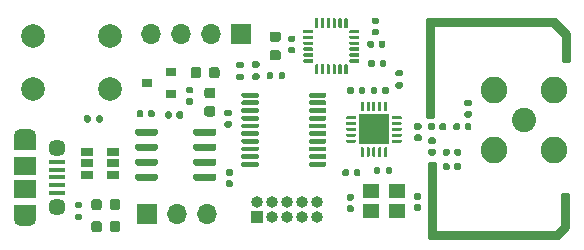
<source format=gbr>
%TF.GenerationSoftware,KiCad,Pcbnew,(5.1.10)-1*%
%TF.CreationDate,2021-07-16T14:20:34-05:00*%
%TF.ProjectId,transmisor,7472616e-736d-4697-936f-722e6b696361,rev?*%
%TF.SameCoordinates,Original*%
%TF.FileFunction,Soldermask,Top*%
%TF.FilePolarity,Negative*%
%FSLAX46Y46*%
G04 Gerber Fmt 4.6, Leading zero omitted, Abs format (unit mm)*
G04 Created by KiCad (PCBNEW (5.1.10)-1) date 2021-07-16 14:20:34*
%MOMM*%
%LPD*%
G01*
G04 APERTURE LIST*
%ADD10C,2.250000*%
%ADD11C,2.050000*%
%ADD12R,1.900000X1.200000*%
%ADD13O,1.900000X1.200000*%
%ADD14R,1.900000X1.500000*%
%ADD15C,1.450000*%
%ADD16R,1.350000X0.400000*%
%ADD17R,1.060000X0.650000*%
%ADD18O,1.700000X1.700000*%
%ADD19R,1.700000X1.700000*%
%ADD20C,2.000000*%
%ADD21R,1.000000X1.000000*%
%ADD22O,1.000000X1.000000*%
%ADD23R,2.500000X2.500000*%
%ADD24R,0.900000X0.800000*%
%ADD25R,1.400000X1.200000*%
%ADD26C,0.254000*%
%ADD27C,0.100000*%
G04 APERTURE END LIST*
%TO.C,C21*%
G36*
G01*
X104503400Y-74977600D02*
X104843400Y-74977600D01*
G75*
G02*
X104983400Y-75117600I0J-140000D01*
G01*
X104983400Y-75397600D01*
G75*
G02*
X104843400Y-75537600I-140000J0D01*
G01*
X104503400Y-75537600D01*
G75*
G02*
X104363400Y-75397600I0J140000D01*
G01*
X104363400Y-75117600D01*
G75*
G02*
X104503400Y-74977600I140000J0D01*
G01*
G37*
G36*
G01*
X104503400Y-74017600D02*
X104843400Y-74017600D01*
G75*
G02*
X104983400Y-74157600I0J-140000D01*
G01*
X104983400Y-74437600D01*
G75*
G02*
X104843400Y-74577600I-140000J0D01*
G01*
X104503400Y-74577600D01*
G75*
G02*
X104363400Y-74437600I0J140000D01*
G01*
X104363400Y-74157600D01*
G75*
G02*
X104503400Y-74017600I140000J0D01*
G01*
G37*
%TD*%
%TO.C,D2*%
G36*
G01*
X108303350Y-63951700D02*
X108815850Y-63951700D01*
G75*
G02*
X109034600Y-64170450I0J-218750D01*
G01*
X109034600Y-64607950D01*
G75*
G02*
X108815850Y-64826700I-218750J0D01*
G01*
X108303350Y-64826700D01*
G75*
G02*
X108084600Y-64607950I0J218750D01*
G01*
X108084600Y-64170450D01*
G75*
G02*
X108303350Y-63951700I218750J0D01*
G01*
G37*
G36*
G01*
X108303350Y-62376700D02*
X108815850Y-62376700D01*
G75*
G02*
X109034600Y-62595450I0J-218750D01*
G01*
X109034600Y-63032950D01*
G75*
G02*
X108815850Y-63251700I-218750J0D01*
G01*
X108303350Y-63251700D01*
G75*
G02*
X108084600Y-63032950I0J218750D01*
G01*
X108084600Y-62595450D01*
G75*
G02*
X108303350Y-62376700I218750J0D01*
G01*
G37*
%TD*%
%TO.C,D1*%
G36*
G01*
X94558600Y-77294450D02*
X94558600Y-76781950D01*
G75*
G02*
X94777350Y-76563200I218750J0D01*
G01*
X95214850Y-76563200D01*
G75*
G02*
X95433600Y-76781950I0J-218750D01*
G01*
X95433600Y-77294450D01*
G75*
G02*
X95214850Y-77513200I-218750J0D01*
G01*
X94777350Y-77513200D01*
G75*
G02*
X94558600Y-77294450I0J218750D01*
G01*
G37*
G36*
G01*
X92983600Y-77294450D02*
X92983600Y-76781950D01*
G75*
G02*
X93202350Y-76563200I218750J0D01*
G01*
X93639850Y-76563200D01*
G75*
G02*
X93858600Y-76781950I0J-218750D01*
G01*
X93858600Y-77294450D01*
G75*
G02*
X93639850Y-77513200I-218750J0D01*
G01*
X93202350Y-77513200D01*
G75*
G02*
X92983600Y-77294450I0J218750D01*
G01*
G37*
%TD*%
D10*
%TO.C,AE1*%
X127050800Y-72440800D03*
X127050800Y-67360800D03*
X132130800Y-67360800D03*
X132130800Y-72440800D03*
D11*
X129590800Y-69900800D03*
%TD*%
%TO.C,U6*%
G36*
G01*
X111784400Y-64802000D02*
X111784400Y-64952000D01*
G75*
G02*
X111709400Y-65027000I-75000J0D01*
G01*
X111009400Y-65027000D01*
G75*
G02*
X110934400Y-64952000I0J75000D01*
G01*
X110934400Y-64802000D01*
G75*
G02*
X111009400Y-64727000I75000J0D01*
G01*
X111709400Y-64727000D01*
G75*
G02*
X111784400Y-64802000I0J-75000D01*
G01*
G37*
G36*
G01*
X111784400Y-64302000D02*
X111784400Y-64452000D01*
G75*
G02*
X111709400Y-64527000I-75000J0D01*
G01*
X111009400Y-64527000D01*
G75*
G02*
X110934400Y-64452000I0J75000D01*
G01*
X110934400Y-64302000D01*
G75*
G02*
X111009400Y-64227000I75000J0D01*
G01*
X111709400Y-64227000D01*
G75*
G02*
X111784400Y-64302000I0J-75000D01*
G01*
G37*
G36*
G01*
X111784400Y-63802000D02*
X111784400Y-63952000D01*
G75*
G02*
X111709400Y-64027000I-75000J0D01*
G01*
X111009400Y-64027000D01*
G75*
G02*
X110934400Y-63952000I0J75000D01*
G01*
X110934400Y-63802000D01*
G75*
G02*
X111009400Y-63727000I75000J0D01*
G01*
X111709400Y-63727000D01*
G75*
G02*
X111784400Y-63802000I0J-75000D01*
G01*
G37*
G36*
G01*
X111784400Y-63302000D02*
X111784400Y-63452000D01*
G75*
G02*
X111709400Y-63527000I-75000J0D01*
G01*
X111009400Y-63527000D01*
G75*
G02*
X110934400Y-63452000I0J75000D01*
G01*
X110934400Y-63302000D01*
G75*
G02*
X111009400Y-63227000I75000J0D01*
G01*
X111709400Y-63227000D01*
G75*
G02*
X111784400Y-63302000I0J-75000D01*
G01*
G37*
G36*
G01*
X111784400Y-62802000D02*
X111784400Y-62952000D01*
G75*
G02*
X111709400Y-63027000I-75000J0D01*
G01*
X111009400Y-63027000D01*
G75*
G02*
X110934400Y-62952000I0J75000D01*
G01*
X110934400Y-62802000D01*
G75*
G02*
X111009400Y-62727000I75000J0D01*
G01*
X111709400Y-62727000D01*
G75*
G02*
X111784400Y-62802000I0J-75000D01*
G01*
G37*
G36*
G01*
X111784400Y-62302000D02*
X111784400Y-62452000D01*
G75*
G02*
X111709400Y-62527000I-75000J0D01*
G01*
X111009400Y-62527000D01*
G75*
G02*
X110934400Y-62452000I0J75000D01*
G01*
X110934400Y-62302000D01*
G75*
G02*
X111009400Y-62227000I75000J0D01*
G01*
X111709400Y-62227000D01*
G75*
G02*
X111784400Y-62302000I0J-75000D01*
G01*
G37*
G36*
G01*
X112134400Y-62102000D02*
X111984400Y-62102000D01*
G75*
G02*
X111909400Y-62027000I0J75000D01*
G01*
X111909400Y-61327000D01*
G75*
G02*
X111984400Y-61252000I75000J0D01*
G01*
X112134400Y-61252000D01*
G75*
G02*
X112209400Y-61327000I0J-75000D01*
G01*
X112209400Y-62027000D01*
G75*
G02*
X112134400Y-62102000I-75000J0D01*
G01*
G37*
G36*
G01*
X112634400Y-62102000D02*
X112484400Y-62102000D01*
G75*
G02*
X112409400Y-62027000I0J75000D01*
G01*
X112409400Y-61327000D01*
G75*
G02*
X112484400Y-61252000I75000J0D01*
G01*
X112634400Y-61252000D01*
G75*
G02*
X112709400Y-61327000I0J-75000D01*
G01*
X112709400Y-62027000D01*
G75*
G02*
X112634400Y-62102000I-75000J0D01*
G01*
G37*
G36*
G01*
X113134400Y-62102000D02*
X112984400Y-62102000D01*
G75*
G02*
X112909400Y-62027000I0J75000D01*
G01*
X112909400Y-61327000D01*
G75*
G02*
X112984400Y-61252000I75000J0D01*
G01*
X113134400Y-61252000D01*
G75*
G02*
X113209400Y-61327000I0J-75000D01*
G01*
X113209400Y-62027000D01*
G75*
G02*
X113134400Y-62102000I-75000J0D01*
G01*
G37*
G36*
G01*
X113634400Y-62102000D02*
X113484400Y-62102000D01*
G75*
G02*
X113409400Y-62027000I0J75000D01*
G01*
X113409400Y-61327000D01*
G75*
G02*
X113484400Y-61252000I75000J0D01*
G01*
X113634400Y-61252000D01*
G75*
G02*
X113709400Y-61327000I0J-75000D01*
G01*
X113709400Y-62027000D01*
G75*
G02*
X113634400Y-62102000I-75000J0D01*
G01*
G37*
G36*
G01*
X114134400Y-62102000D02*
X113984400Y-62102000D01*
G75*
G02*
X113909400Y-62027000I0J75000D01*
G01*
X113909400Y-61327000D01*
G75*
G02*
X113984400Y-61252000I75000J0D01*
G01*
X114134400Y-61252000D01*
G75*
G02*
X114209400Y-61327000I0J-75000D01*
G01*
X114209400Y-62027000D01*
G75*
G02*
X114134400Y-62102000I-75000J0D01*
G01*
G37*
G36*
G01*
X114634400Y-62102000D02*
X114484400Y-62102000D01*
G75*
G02*
X114409400Y-62027000I0J75000D01*
G01*
X114409400Y-61327000D01*
G75*
G02*
X114484400Y-61252000I75000J0D01*
G01*
X114634400Y-61252000D01*
G75*
G02*
X114709400Y-61327000I0J-75000D01*
G01*
X114709400Y-62027000D01*
G75*
G02*
X114634400Y-62102000I-75000J0D01*
G01*
G37*
G36*
G01*
X115684400Y-62302000D02*
X115684400Y-62452000D01*
G75*
G02*
X115609400Y-62527000I-75000J0D01*
G01*
X114909400Y-62527000D01*
G75*
G02*
X114834400Y-62452000I0J75000D01*
G01*
X114834400Y-62302000D01*
G75*
G02*
X114909400Y-62227000I75000J0D01*
G01*
X115609400Y-62227000D01*
G75*
G02*
X115684400Y-62302000I0J-75000D01*
G01*
G37*
G36*
G01*
X115684400Y-62802000D02*
X115684400Y-62952000D01*
G75*
G02*
X115609400Y-63027000I-75000J0D01*
G01*
X114909400Y-63027000D01*
G75*
G02*
X114834400Y-62952000I0J75000D01*
G01*
X114834400Y-62802000D01*
G75*
G02*
X114909400Y-62727000I75000J0D01*
G01*
X115609400Y-62727000D01*
G75*
G02*
X115684400Y-62802000I0J-75000D01*
G01*
G37*
G36*
G01*
X115684400Y-63302000D02*
X115684400Y-63452000D01*
G75*
G02*
X115609400Y-63527000I-75000J0D01*
G01*
X114909400Y-63527000D01*
G75*
G02*
X114834400Y-63452000I0J75000D01*
G01*
X114834400Y-63302000D01*
G75*
G02*
X114909400Y-63227000I75000J0D01*
G01*
X115609400Y-63227000D01*
G75*
G02*
X115684400Y-63302000I0J-75000D01*
G01*
G37*
G36*
G01*
X115684400Y-63802000D02*
X115684400Y-63952000D01*
G75*
G02*
X115609400Y-64027000I-75000J0D01*
G01*
X114909400Y-64027000D01*
G75*
G02*
X114834400Y-63952000I0J75000D01*
G01*
X114834400Y-63802000D01*
G75*
G02*
X114909400Y-63727000I75000J0D01*
G01*
X115609400Y-63727000D01*
G75*
G02*
X115684400Y-63802000I0J-75000D01*
G01*
G37*
G36*
G01*
X115684400Y-64302000D02*
X115684400Y-64452000D01*
G75*
G02*
X115609400Y-64527000I-75000J0D01*
G01*
X114909400Y-64527000D01*
G75*
G02*
X114834400Y-64452000I0J75000D01*
G01*
X114834400Y-64302000D01*
G75*
G02*
X114909400Y-64227000I75000J0D01*
G01*
X115609400Y-64227000D01*
G75*
G02*
X115684400Y-64302000I0J-75000D01*
G01*
G37*
G36*
G01*
X115684400Y-64802000D02*
X115684400Y-64952000D01*
G75*
G02*
X115609400Y-65027000I-75000J0D01*
G01*
X114909400Y-65027000D01*
G75*
G02*
X114834400Y-64952000I0J75000D01*
G01*
X114834400Y-64802000D01*
G75*
G02*
X114909400Y-64727000I75000J0D01*
G01*
X115609400Y-64727000D01*
G75*
G02*
X115684400Y-64802000I0J-75000D01*
G01*
G37*
G36*
G01*
X114634400Y-66002000D02*
X114484400Y-66002000D01*
G75*
G02*
X114409400Y-65927000I0J75000D01*
G01*
X114409400Y-65227000D01*
G75*
G02*
X114484400Y-65152000I75000J0D01*
G01*
X114634400Y-65152000D01*
G75*
G02*
X114709400Y-65227000I0J-75000D01*
G01*
X114709400Y-65927000D01*
G75*
G02*
X114634400Y-66002000I-75000J0D01*
G01*
G37*
G36*
G01*
X114134400Y-66002000D02*
X113984400Y-66002000D01*
G75*
G02*
X113909400Y-65927000I0J75000D01*
G01*
X113909400Y-65227000D01*
G75*
G02*
X113984400Y-65152000I75000J0D01*
G01*
X114134400Y-65152000D01*
G75*
G02*
X114209400Y-65227000I0J-75000D01*
G01*
X114209400Y-65927000D01*
G75*
G02*
X114134400Y-66002000I-75000J0D01*
G01*
G37*
G36*
G01*
X113634400Y-66002000D02*
X113484400Y-66002000D01*
G75*
G02*
X113409400Y-65927000I0J75000D01*
G01*
X113409400Y-65227000D01*
G75*
G02*
X113484400Y-65152000I75000J0D01*
G01*
X113634400Y-65152000D01*
G75*
G02*
X113709400Y-65227000I0J-75000D01*
G01*
X113709400Y-65927000D01*
G75*
G02*
X113634400Y-66002000I-75000J0D01*
G01*
G37*
G36*
G01*
X113134400Y-66002000D02*
X112984400Y-66002000D01*
G75*
G02*
X112909400Y-65927000I0J75000D01*
G01*
X112909400Y-65227000D01*
G75*
G02*
X112984400Y-65152000I75000J0D01*
G01*
X113134400Y-65152000D01*
G75*
G02*
X113209400Y-65227000I0J-75000D01*
G01*
X113209400Y-65927000D01*
G75*
G02*
X113134400Y-66002000I-75000J0D01*
G01*
G37*
G36*
G01*
X112634400Y-66002000D02*
X112484400Y-66002000D01*
G75*
G02*
X112409400Y-65927000I0J75000D01*
G01*
X112409400Y-65227000D01*
G75*
G02*
X112484400Y-65152000I75000J0D01*
G01*
X112634400Y-65152000D01*
G75*
G02*
X112709400Y-65227000I0J-75000D01*
G01*
X112709400Y-65927000D01*
G75*
G02*
X112634400Y-66002000I-75000J0D01*
G01*
G37*
G36*
G01*
X112134400Y-66002000D02*
X111984400Y-66002000D01*
G75*
G02*
X111909400Y-65927000I0J75000D01*
G01*
X111909400Y-65227000D01*
G75*
G02*
X111984400Y-65152000I75000J0D01*
G01*
X112134400Y-65152000D01*
G75*
G02*
X112209400Y-65227000I0J-75000D01*
G01*
X112209400Y-65927000D01*
G75*
G02*
X112134400Y-66002000I-75000J0D01*
G01*
G37*
%TD*%
%TO.C,C20*%
G36*
G01*
X109786600Y-63674600D02*
X110126600Y-63674600D01*
G75*
G02*
X110266600Y-63814600I0J-140000D01*
G01*
X110266600Y-64094600D01*
G75*
G02*
X110126600Y-64234600I-140000J0D01*
G01*
X109786600Y-64234600D01*
G75*
G02*
X109646600Y-64094600I0J140000D01*
G01*
X109646600Y-63814600D01*
G75*
G02*
X109786600Y-63674600I140000J0D01*
G01*
G37*
G36*
G01*
X109786600Y-62714600D02*
X110126600Y-62714600D01*
G75*
G02*
X110266600Y-62854600I0J-140000D01*
G01*
X110266600Y-63134600D01*
G75*
G02*
X110126600Y-63274600I-140000J0D01*
G01*
X109786600Y-63274600D01*
G75*
G02*
X109646600Y-63134600I0J140000D01*
G01*
X109646600Y-62854600D01*
G75*
G02*
X109786600Y-62714600I140000J0D01*
G01*
G37*
%TD*%
%TO.C,C19*%
G36*
G01*
X117319400Y-63619200D02*
X117319400Y-63279200D01*
G75*
G02*
X117459400Y-63139200I140000J0D01*
G01*
X117739400Y-63139200D01*
G75*
G02*
X117879400Y-63279200I0J-140000D01*
G01*
X117879400Y-63619200D01*
G75*
G02*
X117739400Y-63759200I-140000J0D01*
G01*
X117459400Y-63759200D01*
G75*
G02*
X117319400Y-63619200I0J140000D01*
G01*
G37*
G36*
G01*
X116359400Y-63619200D02*
X116359400Y-63279200D01*
G75*
G02*
X116499400Y-63139200I140000J0D01*
G01*
X116779400Y-63139200D01*
G75*
G02*
X116919400Y-63279200I0J-140000D01*
G01*
X116919400Y-63619200D01*
G75*
G02*
X116779400Y-63759200I-140000J0D01*
G01*
X116499400Y-63759200D01*
G75*
G02*
X116359400Y-63619200I0J140000D01*
G01*
G37*
%TD*%
%TO.C,C18*%
G36*
G01*
X116873200Y-62150600D02*
X117213200Y-62150600D01*
G75*
G02*
X117353200Y-62290600I0J-140000D01*
G01*
X117353200Y-62570600D01*
G75*
G02*
X117213200Y-62710600I-140000J0D01*
G01*
X116873200Y-62710600D01*
G75*
G02*
X116733200Y-62570600I0J140000D01*
G01*
X116733200Y-62290600D01*
G75*
G02*
X116873200Y-62150600I140000J0D01*
G01*
G37*
G36*
G01*
X116873200Y-61190600D02*
X117213200Y-61190600D01*
G75*
G02*
X117353200Y-61330600I0J-140000D01*
G01*
X117353200Y-61610600D01*
G75*
G02*
X117213200Y-61750600I-140000J0D01*
G01*
X116873200Y-61750600D01*
G75*
G02*
X116733200Y-61610600I0J140000D01*
G01*
X116733200Y-61330600D01*
G75*
G02*
X116873200Y-61190600I140000J0D01*
G01*
G37*
%TD*%
%TO.C,C17*%
G36*
G01*
X117395600Y-65244800D02*
X117395600Y-64904800D01*
G75*
G02*
X117535600Y-64764800I140000J0D01*
G01*
X117815600Y-64764800D01*
G75*
G02*
X117955600Y-64904800I0J-140000D01*
G01*
X117955600Y-65244800D01*
G75*
G02*
X117815600Y-65384800I-140000J0D01*
G01*
X117535600Y-65384800D01*
G75*
G02*
X117395600Y-65244800I0J140000D01*
G01*
G37*
G36*
G01*
X116435600Y-65244800D02*
X116435600Y-64904800D01*
G75*
G02*
X116575600Y-64764800I140000J0D01*
G01*
X116855600Y-64764800D01*
G75*
G02*
X116995600Y-64904800I0J-140000D01*
G01*
X116995600Y-65244800D01*
G75*
G02*
X116855600Y-65384800I-140000J0D01*
G01*
X116575600Y-65384800D01*
G75*
G02*
X116435600Y-65244800I0J140000D01*
G01*
G37*
%TD*%
%TO.C,R8*%
G36*
G01*
X106723600Y-65924400D02*
X107093600Y-65924400D01*
G75*
G02*
X107228600Y-66059400I0J-135000D01*
G01*
X107228600Y-66329400D01*
G75*
G02*
X107093600Y-66464400I-135000J0D01*
G01*
X106723600Y-66464400D01*
G75*
G02*
X106588600Y-66329400I0J135000D01*
G01*
X106588600Y-66059400D01*
G75*
G02*
X106723600Y-65924400I135000J0D01*
G01*
G37*
G36*
G01*
X106723600Y-64904400D02*
X107093600Y-64904400D01*
G75*
G02*
X107228600Y-65039400I0J-135000D01*
G01*
X107228600Y-65309400D01*
G75*
G02*
X107093600Y-65444400I-135000J0D01*
G01*
X106723600Y-65444400D01*
G75*
G02*
X106588600Y-65309400I0J135000D01*
G01*
X106588600Y-65039400D01*
G75*
G02*
X106723600Y-64904400I135000J0D01*
G01*
G37*
%TD*%
%TO.C,R7*%
G36*
G01*
X105772800Y-65469800D02*
X105402800Y-65469800D01*
G75*
G02*
X105267800Y-65334800I0J135000D01*
G01*
X105267800Y-65064800D01*
G75*
G02*
X105402800Y-64929800I135000J0D01*
G01*
X105772800Y-64929800D01*
G75*
G02*
X105907800Y-65064800I0J-135000D01*
G01*
X105907800Y-65334800D01*
G75*
G02*
X105772800Y-65469800I-135000J0D01*
G01*
G37*
G36*
G01*
X105772800Y-66489800D02*
X105402800Y-66489800D01*
G75*
G02*
X105267800Y-66354800I0J135000D01*
G01*
X105267800Y-66084800D01*
G75*
G02*
X105402800Y-65949800I135000J0D01*
G01*
X105772800Y-65949800D01*
G75*
G02*
X105907800Y-66084800I0J-135000D01*
G01*
X105907800Y-66354800D01*
G75*
G02*
X105772800Y-66489800I-135000J0D01*
G01*
G37*
%TD*%
D12*
%TO.C,J1*%
X87383100Y-71826800D03*
X87383100Y-77626800D03*
D13*
X87383100Y-78226800D03*
X87383100Y-71226800D03*
D14*
X87383100Y-73726800D03*
D15*
X90083100Y-77226800D03*
D16*
X90083100Y-74726800D03*
X90083100Y-75376800D03*
X90083100Y-76026800D03*
X90083100Y-73426800D03*
X90083100Y-74076800D03*
D15*
X90083100Y-72226800D03*
D14*
X87383100Y-75726800D03*
%TD*%
D17*
%TO.C,U5*%
X94851400Y-73533000D03*
X94851400Y-72583000D03*
X94851400Y-74483000D03*
X92651400Y-74483000D03*
X92651400Y-73533000D03*
X92651400Y-72583000D03*
%TD*%
D18*
%TO.C,J4*%
X98018600Y-62560200D03*
X100558600Y-62560200D03*
X103098600Y-62560200D03*
D19*
X105638600Y-62560200D03*
%TD*%
D18*
%TO.C,J3*%
X102768400Y-77825600D03*
X100228400Y-77825600D03*
D19*
X97688400Y-77825600D03*
%TD*%
D20*
%TO.C,SW1*%
X88038800Y-67259200D03*
X88038800Y-62759200D03*
X94538800Y-67259200D03*
X94538800Y-62759200D03*
%TD*%
%TO.C,R6*%
G36*
G01*
X93407200Y-69958800D02*
X93407200Y-69588800D01*
G75*
G02*
X93542200Y-69453800I135000J0D01*
G01*
X93812200Y-69453800D01*
G75*
G02*
X93947200Y-69588800I0J-135000D01*
G01*
X93947200Y-69958800D01*
G75*
G02*
X93812200Y-70093800I-135000J0D01*
G01*
X93542200Y-70093800D01*
G75*
G02*
X93407200Y-69958800I0J135000D01*
G01*
G37*
G36*
G01*
X92387200Y-69958800D02*
X92387200Y-69588800D01*
G75*
G02*
X92522200Y-69453800I135000J0D01*
G01*
X92792200Y-69453800D01*
G75*
G02*
X92927200Y-69588800I0J-135000D01*
G01*
X92927200Y-69958800D01*
G75*
G02*
X92792200Y-70093800I-135000J0D01*
G01*
X92522200Y-70093800D01*
G75*
G02*
X92387200Y-69958800I0J135000D01*
G01*
G37*
%TD*%
%TO.C,C1*%
G36*
G01*
X117598800Y-67530800D02*
X117598800Y-67190800D01*
G75*
G02*
X117738800Y-67050800I140000J0D01*
G01*
X118018800Y-67050800D01*
G75*
G02*
X118158800Y-67190800I0J-140000D01*
G01*
X118158800Y-67530800D01*
G75*
G02*
X118018800Y-67670800I-140000J0D01*
G01*
X117738800Y-67670800D01*
G75*
G02*
X117598800Y-67530800I0J140000D01*
G01*
G37*
G36*
G01*
X116638800Y-67530800D02*
X116638800Y-67190800D01*
G75*
G02*
X116778800Y-67050800I140000J0D01*
G01*
X117058800Y-67050800D01*
G75*
G02*
X117198800Y-67190800I0J-140000D01*
G01*
X117198800Y-67530800D01*
G75*
G02*
X117058800Y-67670800I-140000J0D01*
G01*
X116778800Y-67670800D01*
G75*
G02*
X116638800Y-67530800I0J140000D01*
G01*
G37*
%TD*%
%TO.C,C2*%
G36*
G01*
X114251200Y-74490400D02*
X114251200Y-74150400D01*
G75*
G02*
X114391200Y-74010400I140000J0D01*
G01*
X114671200Y-74010400D01*
G75*
G02*
X114811200Y-74150400I0J-140000D01*
G01*
X114811200Y-74490400D01*
G75*
G02*
X114671200Y-74630400I-140000J0D01*
G01*
X114391200Y-74630400D01*
G75*
G02*
X114251200Y-74490400I0J140000D01*
G01*
G37*
G36*
G01*
X115211200Y-74490400D02*
X115211200Y-74150400D01*
G75*
G02*
X115351200Y-74010400I140000J0D01*
G01*
X115631200Y-74010400D01*
G75*
G02*
X115771200Y-74150400I0J-140000D01*
G01*
X115771200Y-74490400D01*
G75*
G02*
X115631200Y-74630400I-140000J0D01*
G01*
X115351200Y-74630400D01*
G75*
G02*
X115211200Y-74490400I0J140000D01*
G01*
G37*
%TD*%
%TO.C,C3*%
G36*
G01*
X116180200Y-67190800D02*
X116180200Y-67530800D01*
G75*
G02*
X116040200Y-67670800I-140000J0D01*
G01*
X115760200Y-67670800D01*
G75*
G02*
X115620200Y-67530800I0J140000D01*
G01*
X115620200Y-67190800D01*
G75*
G02*
X115760200Y-67050800I140000J0D01*
G01*
X116040200Y-67050800D01*
G75*
G02*
X116180200Y-67190800I0J-140000D01*
G01*
G37*
G36*
G01*
X115220200Y-67190800D02*
X115220200Y-67530800D01*
G75*
G02*
X115080200Y-67670800I-140000J0D01*
G01*
X114800200Y-67670800D01*
G75*
G02*
X114660200Y-67530800I0J140000D01*
G01*
X114660200Y-67190800D01*
G75*
G02*
X114800200Y-67050800I140000J0D01*
G01*
X115080200Y-67050800D01*
G75*
G02*
X115220200Y-67190800I0J-140000D01*
G01*
G37*
%TD*%
%TO.C,C4*%
G36*
G01*
X115079600Y-77645800D02*
X114739600Y-77645800D01*
G75*
G02*
X114599600Y-77505800I0J140000D01*
G01*
X114599600Y-77225800D01*
G75*
G02*
X114739600Y-77085800I140000J0D01*
G01*
X115079600Y-77085800D01*
G75*
G02*
X115219600Y-77225800I0J-140000D01*
G01*
X115219600Y-77505800D01*
G75*
G02*
X115079600Y-77645800I-140000J0D01*
G01*
G37*
G36*
G01*
X115079600Y-76685800D02*
X114739600Y-76685800D01*
G75*
G02*
X114599600Y-76545800I0J140000D01*
G01*
X114599600Y-76265800D01*
G75*
G02*
X114739600Y-76125800I140000J0D01*
G01*
X115079600Y-76125800D01*
G75*
G02*
X115219600Y-76265800I0J-140000D01*
G01*
X115219600Y-76545800D01*
G75*
G02*
X115079600Y-76685800I-140000J0D01*
G01*
G37*
%TD*%
%TO.C,C5*%
G36*
G01*
X122760200Y-72763200D02*
X122760200Y-72423200D01*
G75*
G02*
X122900200Y-72283200I140000J0D01*
G01*
X123180200Y-72283200D01*
G75*
G02*
X123320200Y-72423200I0J-140000D01*
G01*
X123320200Y-72763200D01*
G75*
G02*
X123180200Y-72903200I-140000J0D01*
G01*
X122900200Y-72903200D01*
G75*
G02*
X122760200Y-72763200I0J140000D01*
G01*
G37*
G36*
G01*
X123720200Y-72763200D02*
X123720200Y-72423200D01*
G75*
G02*
X123860200Y-72283200I140000J0D01*
G01*
X124140200Y-72283200D01*
G75*
G02*
X124280200Y-72423200I0J-140000D01*
G01*
X124280200Y-72763200D01*
G75*
G02*
X124140200Y-72903200I-140000J0D01*
G01*
X123860200Y-72903200D01*
G75*
G02*
X123720200Y-72763200I0J140000D01*
G01*
G37*
%TD*%
%TO.C,C6*%
G36*
G01*
X120429200Y-77007000D02*
X120769200Y-77007000D01*
G75*
G02*
X120909200Y-77147000I0J-140000D01*
G01*
X120909200Y-77427000D01*
G75*
G02*
X120769200Y-77567000I-140000J0D01*
G01*
X120429200Y-77567000D01*
G75*
G02*
X120289200Y-77427000I0J140000D01*
G01*
X120289200Y-77147000D01*
G75*
G02*
X120429200Y-77007000I140000J0D01*
G01*
G37*
G36*
G01*
X120429200Y-76047000D02*
X120769200Y-76047000D01*
G75*
G02*
X120909200Y-76187000I0J-140000D01*
G01*
X120909200Y-76467000D01*
G75*
G02*
X120769200Y-76607000I-140000J0D01*
G01*
X120429200Y-76607000D01*
G75*
G02*
X120289200Y-76467000I0J140000D01*
G01*
X120289200Y-76187000D01*
G75*
G02*
X120429200Y-76047000I140000J0D01*
G01*
G37*
%TD*%
%TO.C,C7*%
G36*
G01*
X123720200Y-73982400D02*
X123720200Y-73642400D01*
G75*
G02*
X123860200Y-73502400I140000J0D01*
G01*
X124140200Y-73502400D01*
G75*
G02*
X124280200Y-73642400I0J-140000D01*
G01*
X124280200Y-73982400D01*
G75*
G02*
X124140200Y-74122400I-140000J0D01*
G01*
X123860200Y-74122400D01*
G75*
G02*
X123720200Y-73982400I0J140000D01*
G01*
G37*
G36*
G01*
X122760200Y-73982400D02*
X122760200Y-73642400D01*
G75*
G02*
X122900200Y-73502400I140000J0D01*
G01*
X123180200Y-73502400D01*
G75*
G02*
X123320200Y-73642400I0J-140000D01*
G01*
X123320200Y-73982400D01*
G75*
G02*
X123180200Y-74122400I-140000J0D01*
G01*
X122900200Y-74122400D01*
G75*
G02*
X122760200Y-73982400I0J140000D01*
G01*
G37*
%TD*%
%TO.C,C8*%
G36*
G01*
X125169200Y-70264200D02*
X125169200Y-70604200D01*
G75*
G02*
X125029200Y-70744200I-140000J0D01*
G01*
X124749200Y-70744200D01*
G75*
G02*
X124609200Y-70604200I0J140000D01*
G01*
X124609200Y-70264200D01*
G75*
G02*
X124749200Y-70124200I140000J0D01*
G01*
X125029200Y-70124200D01*
G75*
G02*
X125169200Y-70264200I0J-140000D01*
G01*
G37*
G36*
G01*
X124209200Y-70264200D02*
X124209200Y-70604200D01*
G75*
G02*
X124069200Y-70744200I-140000J0D01*
G01*
X123789200Y-70744200D01*
G75*
G02*
X123649200Y-70604200I0J140000D01*
G01*
X123649200Y-70264200D01*
G75*
G02*
X123789200Y-70124200I140000J0D01*
G01*
X124069200Y-70124200D01*
G75*
G02*
X124209200Y-70264200I0J-140000D01*
G01*
G37*
%TD*%
%TO.C,C9*%
G36*
G01*
X125061800Y-68710200D02*
X124721800Y-68710200D01*
G75*
G02*
X124581800Y-68570200I0J140000D01*
G01*
X124581800Y-68290200D01*
G75*
G02*
X124721800Y-68150200I140000J0D01*
G01*
X125061800Y-68150200D01*
G75*
G02*
X125201800Y-68290200I0J-140000D01*
G01*
X125201800Y-68570200D01*
G75*
G02*
X125061800Y-68710200I-140000J0D01*
G01*
G37*
G36*
G01*
X125061800Y-69670200D02*
X124721800Y-69670200D01*
G75*
G02*
X124581800Y-69530200I0J140000D01*
G01*
X124581800Y-69250200D01*
G75*
G02*
X124721800Y-69110200I140000J0D01*
G01*
X125061800Y-69110200D01*
G75*
G02*
X125201800Y-69250200I0J-140000D01*
G01*
X125201800Y-69530200D01*
G75*
G02*
X125061800Y-69670200I-140000J0D01*
G01*
G37*
%TD*%
%TO.C,C10*%
G36*
G01*
X95433600Y-78642400D02*
X95433600Y-79142400D01*
G75*
G02*
X95208600Y-79367400I-225000J0D01*
G01*
X94758600Y-79367400D01*
G75*
G02*
X94533600Y-79142400I0J225000D01*
G01*
X94533600Y-78642400D01*
G75*
G02*
X94758600Y-78417400I225000J0D01*
G01*
X95208600Y-78417400D01*
G75*
G02*
X95433600Y-78642400I0J-225000D01*
G01*
G37*
G36*
G01*
X93883600Y-78642400D02*
X93883600Y-79142400D01*
G75*
G02*
X93658600Y-79367400I-225000J0D01*
G01*
X93208600Y-79367400D01*
G75*
G02*
X92983600Y-79142400I0J225000D01*
G01*
X92983600Y-78642400D01*
G75*
G02*
X93208600Y-78417400I225000J0D01*
G01*
X93658600Y-78417400D01*
G75*
G02*
X93883600Y-78642400I0J-225000D01*
G01*
G37*
%TD*%
%TO.C,C11*%
G36*
G01*
X100757200Y-69273600D02*
X100757200Y-69613600D01*
G75*
G02*
X100617200Y-69753600I-140000J0D01*
G01*
X100337200Y-69753600D01*
G75*
G02*
X100197200Y-69613600I0J140000D01*
G01*
X100197200Y-69273600D01*
G75*
G02*
X100337200Y-69133600I140000J0D01*
G01*
X100617200Y-69133600D01*
G75*
G02*
X100757200Y-69273600I0J-140000D01*
G01*
G37*
G36*
G01*
X99797200Y-69273600D02*
X99797200Y-69613600D01*
G75*
G02*
X99657200Y-69753600I-140000J0D01*
G01*
X99377200Y-69753600D01*
G75*
G02*
X99237200Y-69613600I0J140000D01*
G01*
X99237200Y-69273600D01*
G75*
G02*
X99377200Y-69133600I140000J0D01*
G01*
X99657200Y-69133600D01*
G75*
G02*
X99797200Y-69273600I0J-140000D01*
G01*
G37*
%TD*%
%TO.C,C12*%
G36*
G01*
X97786800Y-69512000D02*
X97786800Y-69172000D01*
G75*
G02*
X97926800Y-69032000I140000J0D01*
G01*
X98206800Y-69032000D01*
G75*
G02*
X98346800Y-69172000I0J-140000D01*
G01*
X98346800Y-69512000D01*
G75*
G02*
X98206800Y-69652000I-140000J0D01*
G01*
X97926800Y-69652000D01*
G75*
G02*
X97786800Y-69512000I0J140000D01*
G01*
G37*
G36*
G01*
X96826800Y-69512000D02*
X96826800Y-69172000D01*
G75*
G02*
X96966800Y-69032000I140000J0D01*
G01*
X97246800Y-69032000D01*
G75*
G02*
X97386800Y-69172000I0J-140000D01*
G01*
X97386800Y-69512000D01*
G75*
G02*
X97246800Y-69652000I-140000J0D01*
G01*
X96966800Y-69652000D01*
G75*
G02*
X96826800Y-69512000I0J140000D01*
G01*
G37*
%TD*%
%TO.C,C13*%
G36*
G01*
X102772400Y-68676400D02*
X103272400Y-68676400D01*
G75*
G02*
X103497400Y-68901400I0J-225000D01*
G01*
X103497400Y-69351400D01*
G75*
G02*
X103272400Y-69576400I-225000J0D01*
G01*
X102772400Y-69576400D01*
G75*
G02*
X102547400Y-69351400I0J225000D01*
G01*
X102547400Y-68901400D01*
G75*
G02*
X102772400Y-68676400I225000J0D01*
G01*
G37*
G36*
G01*
X102772400Y-67126400D02*
X103272400Y-67126400D01*
G75*
G02*
X103497400Y-67351400I0J-225000D01*
G01*
X103497400Y-67801400D01*
G75*
G02*
X103272400Y-68026400I-225000J0D01*
G01*
X102772400Y-68026400D01*
G75*
G02*
X102547400Y-67801400I0J225000D01*
G01*
X102547400Y-67351400D01*
G75*
G02*
X102772400Y-67126400I225000J0D01*
G01*
G37*
%TD*%
%TO.C,C14*%
G36*
G01*
X104401800Y-69948400D02*
X104741800Y-69948400D01*
G75*
G02*
X104881800Y-70088400I0J-140000D01*
G01*
X104881800Y-70368400D01*
G75*
G02*
X104741800Y-70508400I-140000J0D01*
G01*
X104401800Y-70508400D01*
G75*
G02*
X104261800Y-70368400I0J140000D01*
G01*
X104261800Y-70088400D01*
G75*
G02*
X104401800Y-69948400I140000J0D01*
G01*
G37*
G36*
G01*
X104401800Y-68988400D02*
X104741800Y-68988400D01*
G75*
G02*
X104881800Y-69128400I0J-140000D01*
G01*
X104881800Y-69408400D01*
G75*
G02*
X104741800Y-69548400I-140000J0D01*
G01*
X104401800Y-69548400D01*
G75*
G02*
X104261800Y-69408400I0J140000D01*
G01*
X104261800Y-69128400D01*
G75*
G02*
X104401800Y-68988400I140000J0D01*
G01*
G37*
%TD*%
%TO.C,C15*%
G36*
G01*
X101391000Y-66112200D02*
X101391000Y-65612200D01*
G75*
G02*
X101616000Y-65387200I225000J0D01*
G01*
X102066000Y-65387200D01*
G75*
G02*
X102291000Y-65612200I0J-225000D01*
G01*
X102291000Y-66112200D01*
G75*
G02*
X102066000Y-66337200I-225000J0D01*
G01*
X101616000Y-66337200D01*
G75*
G02*
X101391000Y-66112200I0J225000D01*
G01*
G37*
G36*
G01*
X102941000Y-66112200D02*
X102941000Y-65612200D01*
G75*
G02*
X103166000Y-65387200I225000J0D01*
G01*
X103616000Y-65387200D01*
G75*
G02*
X103841000Y-65612200I0J-225000D01*
G01*
X103841000Y-66112200D01*
G75*
G02*
X103616000Y-66337200I-225000J0D01*
G01*
X103166000Y-66337200D01*
G75*
G02*
X102941000Y-66112200I0J225000D01*
G01*
G37*
%TD*%
%TO.C,C16*%
G36*
G01*
X101150600Y-67058000D02*
X101490600Y-67058000D01*
G75*
G02*
X101630600Y-67198000I0J-140000D01*
G01*
X101630600Y-67478000D01*
G75*
G02*
X101490600Y-67618000I-140000J0D01*
G01*
X101150600Y-67618000D01*
G75*
G02*
X101010600Y-67478000I0J140000D01*
G01*
X101010600Y-67198000D01*
G75*
G02*
X101150600Y-67058000I140000J0D01*
G01*
G37*
G36*
G01*
X101150600Y-68018000D02*
X101490600Y-68018000D01*
G75*
G02*
X101630600Y-68158000I0J-140000D01*
G01*
X101630600Y-68438000D01*
G75*
G02*
X101490600Y-68578000I-140000J0D01*
G01*
X101150600Y-68578000D01*
G75*
G02*
X101010600Y-68438000I0J140000D01*
G01*
X101010600Y-68158000D01*
G75*
G02*
X101150600Y-68018000I140000J0D01*
G01*
G37*
%TD*%
D21*
%TO.C,J2*%
X107035600Y-78054200D03*
D22*
X107035600Y-76784200D03*
X108305600Y-78054200D03*
X108305600Y-76784200D03*
X109575600Y-78054200D03*
X109575600Y-76784200D03*
X110845600Y-78054200D03*
X110845600Y-76784200D03*
X112115600Y-78054200D03*
X112115600Y-76784200D03*
%TD*%
%TO.C,L1*%
G36*
G01*
X120797100Y-71671400D02*
X120452100Y-71671400D01*
G75*
G02*
X120304600Y-71523900I0J147500D01*
G01*
X120304600Y-71228900D01*
G75*
G02*
X120452100Y-71081400I147500J0D01*
G01*
X120797100Y-71081400D01*
G75*
G02*
X120944600Y-71228900I0J-147500D01*
G01*
X120944600Y-71523900D01*
G75*
G02*
X120797100Y-71671400I-147500J0D01*
G01*
G37*
G36*
G01*
X120797100Y-70701400D02*
X120452100Y-70701400D01*
G75*
G02*
X120304600Y-70553900I0J147500D01*
G01*
X120304600Y-70258900D01*
G75*
G02*
X120452100Y-70111400I147500J0D01*
G01*
X120797100Y-70111400D01*
G75*
G02*
X120944600Y-70258900I0J-147500D01*
G01*
X120944600Y-70553900D01*
G75*
G02*
X120797100Y-70701400I-147500J0D01*
G01*
G37*
%TD*%
%TO.C,L2*%
G36*
G01*
X123053200Y-70261700D02*
X123053200Y-70606700D01*
G75*
G02*
X122905700Y-70754200I-147500J0D01*
G01*
X122610700Y-70754200D01*
G75*
G02*
X122463200Y-70606700I0J147500D01*
G01*
X122463200Y-70261700D01*
G75*
G02*
X122610700Y-70114200I147500J0D01*
G01*
X122905700Y-70114200D01*
G75*
G02*
X123053200Y-70261700I0J-147500D01*
G01*
G37*
G36*
G01*
X122083200Y-70261700D02*
X122083200Y-70606700D01*
G75*
G02*
X121935700Y-70754200I-147500J0D01*
G01*
X121640700Y-70754200D01*
G75*
G02*
X121493200Y-70606700I0J147500D01*
G01*
X121493200Y-70261700D01*
G75*
G02*
X121640700Y-70114200I147500J0D01*
G01*
X121935700Y-70114200D01*
G75*
G02*
X122083200Y-70261700I0J-147500D01*
G01*
G37*
%TD*%
%TO.C,L3*%
G36*
G01*
X122016300Y-71920600D02*
X121671300Y-71920600D01*
G75*
G02*
X121523800Y-71773100I0J147500D01*
G01*
X121523800Y-71478100D01*
G75*
G02*
X121671300Y-71330600I147500J0D01*
G01*
X122016300Y-71330600D01*
G75*
G02*
X122163800Y-71478100I0J-147500D01*
G01*
X122163800Y-71773100D01*
G75*
G02*
X122016300Y-71920600I-147500J0D01*
G01*
G37*
G36*
G01*
X122016300Y-72890600D02*
X121671300Y-72890600D01*
G75*
G02*
X121523800Y-72743100I0J147500D01*
G01*
X121523800Y-72448100D01*
G75*
G02*
X121671300Y-72300600I147500J0D01*
G01*
X122016300Y-72300600D01*
G75*
G02*
X122163800Y-72448100I0J-147500D01*
G01*
X122163800Y-72743100D01*
G75*
G02*
X122016300Y-72890600I-147500J0D01*
G01*
G37*
%TD*%
%TO.C,R1*%
G36*
G01*
X119234800Y-67201000D02*
X118864800Y-67201000D01*
G75*
G02*
X118729800Y-67066000I0J135000D01*
G01*
X118729800Y-66796000D01*
G75*
G02*
X118864800Y-66661000I135000J0D01*
G01*
X119234800Y-66661000D01*
G75*
G02*
X119369800Y-66796000I0J-135000D01*
G01*
X119369800Y-67066000D01*
G75*
G02*
X119234800Y-67201000I-135000J0D01*
G01*
G37*
G36*
G01*
X119234800Y-66181000D02*
X118864800Y-66181000D01*
G75*
G02*
X118729800Y-66046000I0J135000D01*
G01*
X118729800Y-65776000D01*
G75*
G02*
X118864800Y-65641000I135000J0D01*
G01*
X119234800Y-65641000D01*
G75*
G02*
X119369800Y-65776000I0J-135000D01*
G01*
X119369800Y-66046000D01*
G75*
G02*
X119234800Y-66181000I-135000J0D01*
G01*
G37*
%TD*%
%TO.C,R2*%
G36*
G01*
X117436200Y-73957600D02*
X117436200Y-74327600D01*
G75*
G02*
X117301200Y-74462600I-135000J0D01*
G01*
X117031200Y-74462600D01*
G75*
G02*
X116896200Y-74327600I0J135000D01*
G01*
X116896200Y-73957600D01*
G75*
G02*
X117031200Y-73822600I135000J0D01*
G01*
X117301200Y-73822600D01*
G75*
G02*
X117436200Y-73957600I0J-135000D01*
G01*
G37*
G36*
G01*
X118456200Y-73957600D02*
X118456200Y-74327600D01*
G75*
G02*
X118321200Y-74462600I-135000J0D01*
G01*
X118051200Y-74462600D01*
G75*
G02*
X117916200Y-74327600I0J135000D01*
G01*
X117916200Y-73957600D01*
G75*
G02*
X118051200Y-73822600I135000J0D01*
G01*
X118321200Y-73822600D01*
G75*
G02*
X118456200Y-73957600I0J-135000D01*
G01*
G37*
%TD*%
%TO.C,R3*%
G36*
G01*
X91712200Y-77811600D02*
X92082200Y-77811600D01*
G75*
G02*
X92217200Y-77946600I0J-135000D01*
G01*
X92217200Y-78216600D01*
G75*
G02*
X92082200Y-78351600I-135000J0D01*
G01*
X91712200Y-78351600D01*
G75*
G02*
X91577200Y-78216600I0J135000D01*
G01*
X91577200Y-77946600D01*
G75*
G02*
X91712200Y-77811600I135000J0D01*
G01*
G37*
G36*
G01*
X91712200Y-76791600D02*
X92082200Y-76791600D01*
G75*
G02*
X92217200Y-76926600I0J-135000D01*
G01*
X92217200Y-77196600D01*
G75*
G02*
X92082200Y-77331600I-135000J0D01*
G01*
X91712200Y-77331600D01*
G75*
G02*
X91577200Y-77196600I0J135000D01*
G01*
X91577200Y-76926600D01*
G75*
G02*
X91712200Y-76791600I135000J0D01*
G01*
G37*
%TD*%
%TO.C,R4*%
G36*
G01*
X107830400Y-66301200D02*
X107830400Y-65931200D01*
G75*
G02*
X107965400Y-65796200I135000J0D01*
G01*
X108235400Y-65796200D01*
G75*
G02*
X108370400Y-65931200I0J-135000D01*
G01*
X108370400Y-66301200D01*
G75*
G02*
X108235400Y-66436200I-135000J0D01*
G01*
X107965400Y-66436200D01*
G75*
G02*
X107830400Y-66301200I0J135000D01*
G01*
G37*
G36*
G01*
X108850400Y-66301200D02*
X108850400Y-65931200D01*
G75*
G02*
X108985400Y-65796200I135000J0D01*
G01*
X109255400Y-65796200D01*
G75*
G02*
X109390400Y-65931200I0J-135000D01*
G01*
X109390400Y-66301200D01*
G75*
G02*
X109255400Y-66436200I-135000J0D01*
G01*
X108985400Y-66436200D01*
G75*
G02*
X108850400Y-66301200I0J135000D01*
G01*
G37*
%TD*%
%TO.C,U1*%
G36*
G01*
X114566200Y-69725300D02*
X114566200Y-69600300D01*
G75*
G02*
X114628700Y-69537800I62500J0D01*
G01*
X115328700Y-69537800D01*
G75*
G02*
X115391200Y-69600300I0J-62500D01*
G01*
X115391200Y-69725300D01*
G75*
G02*
X115328700Y-69787800I-62500J0D01*
G01*
X114628700Y-69787800D01*
G75*
G02*
X114566200Y-69725300I0J62500D01*
G01*
G37*
G36*
G01*
X114566200Y-70225300D02*
X114566200Y-70100300D01*
G75*
G02*
X114628700Y-70037800I62500J0D01*
G01*
X115328700Y-70037800D01*
G75*
G02*
X115391200Y-70100300I0J-62500D01*
G01*
X115391200Y-70225300D01*
G75*
G02*
X115328700Y-70287800I-62500J0D01*
G01*
X114628700Y-70287800D01*
G75*
G02*
X114566200Y-70225300I0J62500D01*
G01*
G37*
G36*
G01*
X114566200Y-70725300D02*
X114566200Y-70600300D01*
G75*
G02*
X114628700Y-70537800I62500J0D01*
G01*
X115328700Y-70537800D01*
G75*
G02*
X115391200Y-70600300I0J-62500D01*
G01*
X115391200Y-70725300D01*
G75*
G02*
X115328700Y-70787800I-62500J0D01*
G01*
X114628700Y-70787800D01*
G75*
G02*
X114566200Y-70725300I0J62500D01*
G01*
G37*
G36*
G01*
X114566200Y-71225300D02*
X114566200Y-71100300D01*
G75*
G02*
X114628700Y-71037800I62500J0D01*
G01*
X115328700Y-71037800D01*
G75*
G02*
X115391200Y-71100300I0J-62500D01*
G01*
X115391200Y-71225300D01*
G75*
G02*
X115328700Y-71287800I-62500J0D01*
G01*
X114628700Y-71287800D01*
G75*
G02*
X114566200Y-71225300I0J62500D01*
G01*
G37*
G36*
G01*
X114566200Y-71725300D02*
X114566200Y-71600300D01*
G75*
G02*
X114628700Y-71537800I62500J0D01*
G01*
X115328700Y-71537800D01*
G75*
G02*
X115391200Y-71600300I0J-62500D01*
G01*
X115391200Y-71725300D01*
G75*
G02*
X115328700Y-71787800I-62500J0D01*
G01*
X114628700Y-71787800D01*
G75*
G02*
X114566200Y-71725300I0J62500D01*
G01*
G37*
G36*
G01*
X115791200Y-72950300D02*
X115791200Y-72250300D01*
G75*
G02*
X115853700Y-72187800I62500J0D01*
G01*
X115978700Y-72187800D01*
G75*
G02*
X116041200Y-72250300I0J-62500D01*
G01*
X116041200Y-72950300D01*
G75*
G02*
X115978700Y-73012800I-62500J0D01*
G01*
X115853700Y-73012800D01*
G75*
G02*
X115791200Y-72950300I0J62500D01*
G01*
G37*
G36*
G01*
X116291200Y-72950300D02*
X116291200Y-72250300D01*
G75*
G02*
X116353700Y-72187800I62500J0D01*
G01*
X116478700Y-72187800D01*
G75*
G02*
X116541200Y-72250300I0J-62500D01*
G01*
X116541200Y-72950300D01*
G75*
G02*
X116478700Y-73012800I-62500J0D01*
G01*
X116353700Y-73012800D01*
G75*
G02*
X116291200Y-72950300I0J62500D01*
G01*
G37*
G36*
G01*
X116791200Y-72950300D02*
X116791200Y-72250300D01*
G75*
G02*
X116853700Y-72187800I62500J0D01*
G01*
X116978700Y-72187800D01*
G75*
G02*
X117041200Y-72250300I0J-62500D01*
G01*
X117041200Y-72950300D01*
G75*
G02*
X116978700Y-73012800I-62500J0D01*
G01*
X116853700Y-73012800D01*
G75*
G02*
X116791200Y-72950300I0J62500D01*
G01*
G37*
G36*
G01*
X117291200Y-72950300D02*
X117291200Y-72250300D01*
G75*
G02*
X117353700Y-72187800I62500J0D01*
G01*
X117478700Y-72187800D01*
G75*
G02*
X117541200Y-72250300I0J-62500D01*
G01*
X117541200Y-72950300D01*
G75*
G02*
X117478700Y-73012800I-62500J0D01*
G01*
X117353700Y-73012800D01*
G75*
G02*
X117291200Y-72950300I0J62500D01*
G01*
G37*
G36*
G01*
X117791200Y-72950300D02*
X117791200Y-72250300D01*
G75*
G02*
X117853700Y-72187800I62500J0D01*
G01*
X117978700Y-72187800D01*
G75*
G02*
X118041200Y-72250300I0J-62500D01*
G01*
X118041200Y-72950300D01*
G75*
G02*
X117978700Y-73012800I-62500J0D01*
G01*
X117853700Y-73012800D01*
G75*
G02*
X117791200Y-72950300I0J62500D01*
G01*
G37*
G36*
G01*
X118441200Y-71725300D02*
X118441200Y-71600300D01*
G75*
G02*
X118503700Y-71537800I62500J0D01*
G01*
X119203700Y-71537800D01*
G75*
G02*
X119266200Y-71600300I0J-62500D01*
G01*
X119266200Y-71725300D01*
G75*
G02*
X119203700Y-71787800I-62500J0D01*
G01*
X118503700Y-71787800D01*
G75*
G02*
X118441200Y-71725300I0J62500D01*
G01*
G37*
G36*
G01*
X118441200Y-71225300D02*
X118441200Y-71100300D01*
G75*
G02*
X118503700Y-71037800I62500J0D01*
G01*
X119203700Y-71037800D01*
G75*
G02*
X119266200Y-71100300I0J-62500D01*
G01*
X119266200Y-71225300D01*
G75*
G02*
X119203700Y-71287800I-62500J0D01*
G01*
X118503700Y-71287800D01*
G75*
G02*
X118441200Y-71225300I0J62500D01*
G01*
G37*
G36*
G01*
X118441200Y-70725300D02*
X118441200Y-70600300D01*
G75*
G02*
X118503700Y-70537800I62500J0D01*
G01*
X119203700Y-70537800D01*
G75*
G02*
X119266200Y-70600300I0J-62500D01*
G01*
X119266200Y-70725300D01*
G75*
G02*
X119203700Y-70787800I-62500J0D01*
G01*
X118503700Y-70787800D01*
G75*
G02*
X118441200Y-70725300I0J62500D01*
G01*
G37*
G36*
G01*
X118441200Y-70225300D02*
X118441200Y-70100300D01*
G75*
G02*
X118503700Y-70037800I62500J0D01*
G01*
X119203700Y-70037800D01*
G75*
G02*
X119266200Y-70100300I0J-62500D01*
G01*
X119266200Y-70225300D01*
G75*
G02*
X119203700Y-70287800I-62500J0D01*
G01*
X118503700Y-70287800D01*
G75*
G02*
X118441200Y-70225300I0J62500D01*
G01*
G37*
G36*
G01*
X118441200Y-69725300D02*
X118441200Y-69600300D01*
G75*
G02*
X118503700Y-69537800I62500J0D01*
G01*
X119203700Y-69537800D01*
G75*
G02*
X119266200Y-69600300I0J-62500D01*
G01*
X119266200Y-69725300D01*
G75*
G02*
X119203700Y-69787800I-62500J0D01*
G01*
X118503700Y-69787800D01*
G75*
G02*
X118441200Y-69725300I0J62500D01*
G01*
G37*
G36*
G01*
X117791200Y-69075300D02*
X117791200Y-68375300D01*
G75*
G02*
X117853700Y-68312800I62500J0D01*
G01*
X117978700Y-68312800D01*
G75*
G02*
X118041200Y-68375300I0J-62500D01*
G01*
X118041200Y-69075300D01*
G75*
G02*
X117978700Y-69137800I-62500J0D01*
G01*
X117853700Y-69137800D01*
G75*
G02*
X117791200Y-69075300I0J62500D01*
G01*
G37*
G36*
G01*
X117291200Y-69075300D02*
X117291200Y-68375300D01*
G75*
G02*
X117353700Y-68312800I62500J0D01*
G01*
X117478700Y-68312800D01*
G75*
G02*
X117541200Y-68375300I0J-62500D01*
G01*
X117541200Y-69075300D01*
G75*
G02*
X117478700Y-69137800I-62500J0D01*
G01*
X117353700Y-69137800D01*
G75*
G02*
X117291200Y-69075300I0J62500D01*
G01*
G37*
G36*
G01*
X116791200Y-69075300D02*
X116791200Y-68375300D01*
G75*
G02*
X116853700Y-68312800I62500J0D01*
G01*
X116978700Y-68312800D01*
G75*
G02*
X117041200Y-68375300I0J-62500D01*
G01*
X117041200Y-69075300D01*
G75*
G02*
X116978700Y-69137800I-62500J0D01*
G01*
X116853700Y-69137800D01*
G75*
G02*
X116791200Y-69075300I0J62500D01*
G01*
G37*
G36*
G01*
X116291200Y-69075300D02*
X116291200Y-68375300D01*
G75*
G02*
X116353700Y-68312800I62500J0D01*
G01*
X116478700Y-68312800D01*
G75*
G02*
X116541200Y-68375300I0J-62500D01*
G01*
X116541200Y-69075300D01*
G75*
G02*
X116478700Y-69137800I-62500J0D01*
G01*
X116353700Y-69137800D01*
G75*
G02*
X116291200Y-69075300I0J62500D01*
G01*
G37*
G36*
G01*
X115791200Y-69075300D02*
X115791200Y-68375300D01*
G75*
G02*
X115853700Y-68312800I62500J0D01*
G01*
X115978700Y-68312800D01*
G75*
G02*
X116041200Y-68375300I0J-62500D01*
G01*
X116041200Y-69075300D01*
G75*
G02*
X115978700Y-69137800I-62500J0D01*
G01*
X115853700Y-69137800D01*
G75*
G02*
X115791200Y-69075300I0J62500D01*
G01*
G37*
D23*
X116916200Y-70662800D03*
%TD*%
%TO.C,U2*%
G36*
G01*
X96676800Y-71041400D02*
X96676800Y-70741400D01*
G75*
G02*
X96826800Y-70591400I150000J0D01*
G01*
X98476800Y-70591400D01*
G75*
G02*
X98626800Y-70741400I0J-150000D01*
G01*
X98626800Y-71041400D01*
G75*
G02*
X98476800Y-71191400I-150000J0D01*
G01*
X96826800Y-71191400D01*
G75*
G02*
X96676800Y-71041400I0J150000D01*
G01*
G37*
G36*
G01*
X96676800Y-72311400D02*
X96676800Y-72011400D01*
G75*
G02*
X96826800Y-71861400I150000J0D01*
G01*
X98476800Y-71861400D01*
G75*
G02*
X98626800Y-72011400I0J-150000D01*
G01*
X98626800Y-72311400D01*
G75*
G02*
X98476800Y-72461400I-150000J0D01*
G01*
X96826800Y-72461400D01*
G75*
G02*
X96676800Y-72311400I0J150000D01*
G01*
G37*
G36*
G01*
X96676800Y-73581400D02*
X96676800Y-73281400D01*
G75*
G02*
X96826800Y-73131400I150000J0D01*
G01*
X98476800Y-73131400D01*
G75*
G02*
X98626800Y-73281400I0J-150000D01*
G01*
X98626800Y-73581400D01*
G75*
G02*
X98476800Y-73731400I-150000J0D01*
G01*
X96826800Y-73731400D01*
G75*
G02*
X96676800Y-73581400I0J150000D01*
G01*
G37*
G36*
G01*
X96676800Y-74851400D02*
X96676800Y-74551400D01*
G75*
G02*
X96826800Y-74401400I150000J0D01*
G01*
X98476800Y-74401400D01*
G75*
G02*
X98626800Y-74551400I0J-150000D01*
G01*
X98626800Y-74851400D01*
G75*
G02*
X98476800Y-75001400I-150000J0D01*
G01*
X96826800Y-75001400D01*
G75*
G02*
X96676800Y-74851400I0J150000D01*
G01*
G37*
G36*
G01*
X101626800Y-74851400D02*
X101626800Y-74551400D01*
G75*
G02*
X101776800Y-74401400I150000J0D01*
G01*
X103426800Y-74401400D01*
G75*
G02*
X103576800Y-74551400I0J-150000D01*
G01*
X103576800Y-74851400D01*
G75*
G02*
X103426800Y-75001400I-150000J0D01*
G01*
X101776800Y-75001400D01*
G75*
G02*
X101626800Y-74851400I0J150000D01*
G01*
G37*
G36*
G01*
X101626800Y-73581400D02*
X101626800Y-73281400D01*
G75*
G02*
X101776800Y-73131400I150000J0D01*
G01*
X103426800Y-73131400D01*
G75*
G02*
X103576800Y-73281400I0J-150000D01*
G01*
X103576800Y-73581400D01*
G75*
G02*
X103426800Y-73731400I-150000J0D01*
G01*
X101776800Y-73731400D01*
G75*
G02*
X101626800Y-73581400I0J150000D01*
G01*
G37*
G36*
G01*
X101626800Y-72311400D02*
X101626800Y-72011400D01*
G75*
G02*
X101776800Y-71861400I150000J0D01*
G01*
X103426800Y-71861400D01*
G75*
G02*
X103576800Y-72011400I0J-150000D01*
G01*
X103576800Y-72311400D01*
G75*
G02*
X103426800Y-72461400I-150000J0D01*
G01*
X101776800Y-72461400D01*
G75*
G02*
X101626800Y-72311400I0J150000D01*
G01*
G37*
G36*
G01*
X101626800Y-71041400D02*
X101626800Y-70741400D01*
G75*
G02*
X101776800Y-70591400I150000J0D01*
G01*
X103426800Y-70591400D01*
G75*
G02*
X103576800Y-70741400I0J-150000D01*
G01*
X103576800Y-71041400D01*
G75*
G02*
X103426800Y-71191400I-150000J0D01*
G01*
X101776800Y-71191400D01*
G75*
G02*
X101626800Y-71041400I0J150000D01*
G01*
G37*
%TD*%
D24*
%TO.C,U3*%
X99729800Y-67701200D03*
X99729800Y-65801200D03*
X97729800Y-66751200D03*
%TD*%
%TO.C,U4*%
G36*
G01*
X105696200Y-67863200D02*
X105696200Y-67663200D01*
G75*
G02*
X105796200Y-67563200I100000J0D01*
G01*
X107071200Y-67563200D01*
G75*
G02*
X107171200Y-67663200I0J-100000D01*
G01*
X107171200Y-67863200D01*
G75*
G02*
X107071200Y-67963200I-100000J0D01*
G01*
X105796200Y-67963200D01*
G75*
G02*
X105696200Y-67863200I0J100000D01*
G01*
G37*
G36*
G01*
X105696200Y-68513200D02*
X105696200Y-68313200D01*
G75*
G02*
X105796200Y-68213200I100000J0D01*
G01*
X107071200Y-68213200D01*
G75*
G02*
X107171200Y-68313200I0J-100000D01*
G01*
X107171200Y-68513200D01*
G75*
G02*
X107071200Y-68613200I-100000J0D01*
G01*
X105796200Y-68613200D01*
G75*
G02*
X105696200Y-68513200I0J100000D01*
G01*
G37*
G36*
G01*
X105696200Y-69163200D02*
X105696200Y-68963200D01*
G75*
G02*
X105796200Y-68863200I100000J0D01*
G01*
X107071200Y-68863200D01*
G75*
G02*
X107171200Y-68963200I0J-100000D01*
G01*
X107171200Y-69163200D01*
G75*
G02*
X107071200Y-69263200I-100000J0D01*
G01*
X105796200Y-69263200D01*
G75*
G02*
X105696200Y-69163200I0J100000D01*
G01*
G37*
G36*
G01*
X105696200Y-69813200D02*
X105696200Y-69613200D01*
G75*
G02*
X105796200Y-69513200I100000J0D01*
G01*
X107071200Y-69513200D01*
G75*
G02*
X107171200Y-69613200I0J-100000D01*
G01*
X107171200Y-69813200D01*
G75*
G02*
X107071200Y-69913200I-100000J0D01*
G01*
X105796200Y-69913200D01*
G75*
G02*
X105696200Y-69813200I0J100000D01*
G01*
G37*
G36*
G01*
X105696200Y-70463200D02*
X105696200Y-70263200D01*
G75*
G02*
X105796200Y-70163200I100000J0D01*
G01*
X107071200Y-70163200D01*
G75*
G02*
X107171200Y-70263200I0J-100000D01*
G01*
X107171200Y-70463200D01*
G75*
G02*
X107071200Y-70563200I-100000J0D01*
G01*
X105796200Y-70563200D01*
G75*
G02*
X105696200Y-70463200I0J100000D01*
G01*
G37*
G36*
G01*
X105696200Y-71113200D02*
X105696200Y-70913200D01*
G75*
G02*
X105796200Y-70813200I100000J0D01*
G01*
X107071200Y-70813200D01*
G75*
G02*
X107171200Y-70913200I0J-100000D01*
G01*
X107171200Y-71113200D01*
G75*
G02*
X107071200Y-71213200I-100000J0D01*
G01*
X105796200Y-71213200D01*
G75*
G02*
X105696200Y-71113200I0J100000D01*
G01*
G37*
G36*
G01*
X105696200Y-71763200D02*
X105696200Y-71563200D01*
G75*
G02*
X105796200Y-71463200I100000J0D01*
G01*
X107071200Y-71463200D01*
G75*
G02*
X107171200Y-71563200I0J-100000D01*
G01*
X107171200Y-71763200D01*
G75*
G02*
X107071200Y-71863200I-100000J0D01*
G01*
X105796200Y-71863200D01*
G75*
G02*
X105696200Y-71763200I0J100000D01*
G01*
G37*
G36*
G01*
X105696200Y-72413200D02*
X105696200Y-72213200D01*
G75*
G02*
X105796200Y-72113200I100000J0D01*
G01*
X107071200Y-72113200D01*
G75*
G02*
X107171200Y-72213200I0J-100000D01*
G01*
X107171200Y-72413200D01*
G75*
G02*
X107071200Y-72513200I-100000J0D01*
G01*
X105796200Y-72513200D01*
G75*
G02*
X105696200Y-72413200I0J100000D01*
G01*
G37*
G36*
G01*
X105696200Y-73063200D02*
X105696200Y-72863200D01*
G75*
G02*
X105796200Y-72763200I100000J0D01*
G01*
X107071200Y-72763200D01*
G75*
G02*
X107171200Y-72863200I0J-100000D01*
G01*
X107171200Y-73063200D01*
G75*
G02*
X107071200Y-73163200I-100000J0D01*
G01*
X105796200Y-73163200D01*
G75*
G02*
X105696200Y-73063200I0J100000D01*
G01*
G37*
G36*
G01*
X105696200Y-73713200D02*
X105696200Y-73513200D01*
G75*
G02*
X105796200Y-73413200I100000J0D01*
G01*
X107071200Y-73413200D01*
G75*
G02*
X107171200Y-73513200I0J-100000D01*
G01*
X107171200Y-73713200D01*
G75*
G02*
X107071200Y-73813200I-100000J0D01*
G01*
X105796200Y-73813200D01*
G75*
G02*
X105696200Y-73713200I0J100000D01*
G01*
G37*
G36*
G01*
X111421200Y-73713200D02*
X111421200Y-73513200D01*
G75*
G02*
X111521200Y-73413200I100000J0D01*
G01*
X112796200Y-73413200D01*
G75*
G02*
X112896200Y-73513200I0J-100000D01*
G01*
X112896200Y-73713200D01*
G75*
G02*
X112796200Y-73813200I-100000J0D01*
G01*
X111521200Y-73813200D01*
G75*
G02*
X111421200Y-73713200I0J100000D01*
G01*
G37*
G36*
G01*
X111421200Y-73063200D02*
X111421200Y-72863200D01*
G75*
G02*
X111521200Y-72763200I100000J0D01*
G01*
X112796200Y-72763200D01*
G75*
G02*
X112896200Y-72863200I0J-100000D01*
G01*
X112896200Y-73063200D01*
G75*
G02*
X112796200Y-73163200I-100000J0D01*
G01*
X111521200Y-73163200D01*
G75*
G02*
X111421200Y-73063200I0J100000D01*
G01*
G37*
G36*
G01*
X111421200Y-72413200D02*
X111421200Y-72213200D01*
G75*
G02*
X111521200Y-72113200I100000J0D01*
G01*
X112796200Y-72113200D01*
G75*
G02*
X112896200Y-72213200I0J-100000D01*
G01*
X112896200Y-72413200D01*
G75*
G02*
X112796200Y-72513200I-100000J0D01*
G01*
X111521200Y-72513200D01*
G75*
G02*
X111421200Y-72413200I0J100000D01*
G01*
G37*
G36*
G01*
X111421200Y-71763200D02*
X111421200Y-71563200D01*
G75*
G02*
X111521200Y-71463200I100000J0D01*
G01*
X112796200Y-71463200D01*
G75*
G02*
X112896200Y-71563200I0J-100000D01*
G01*
X112896200Y-71763200D01*
G75*
G02*
X112796200Y-71863200I-100000J0D01*
G01*
X111521200Y-71863200D01*
G75*
G02*
X111421200Y-71763200I0J100000D01*
G01*
G37*
G36*
G01*
X111421200Y-71113200D02*
X111421200Y-70913200D01*
G75*
G02*
X111521200Y-70813200I100000J0D01*
G01*
X112796200Y-70813200D01*
G75*
G02*
X112896200Y-70913200I0J-100000D01*
G01*
X112896200Y-71113200D01*
G75*
G02*
X112796200Y-71213200I-100000J0D01*
G01*
X111521200Y-71213200D01*
G75*
G02*
X111421200Y-71113200I0J100000D01*
G01*
G37*
G36*
G01*
X111421200Y-70463200D02*
X111421200Y-70263200D01*
G75*
G02*
X111521200Y-70163200I100000J0D01*
G01*
X112796200Y-70163200D01*
G75*
G02*
X112896200Y-70263200I0J-100000D01*
G01*
X112896200Y-70463200D01*
G75*
G02*
X112796200Y-70563200I-100000J0D01*
G01*
X111521200Y-70563200D01*
G75*
G02*
X111421200Y-70463200I0J100000D01*
G01*
G37*
G36*
G01*
X111421200Y-69813200D02*
X111421200Y-69613200D01*
G75*
G02*
X111521200Y-69513200I100000J0D01*
G01*
X112796200Y-69513200D01*
G75*
G02*
X112896200Y-69613200I0J-100000D01*
G01*
X112896200Y-69813200D01*
G75*
G02*
X112796200Y-69913200I-100000J0D01*
G01*
X111521200Y-69913200D01*
G75*
G02*
X111421200Y-69813200I0J100000D01*
G01*
G37*
G36*
G01*
X111421200Y-69163200D02*
X111421200Y-68963200D01*
G75*
G02*
X111521200Y-68863200I100000J0D01*
G01*
X112796200Y-68863200D01*
G75*
G02*
X112896200Y-68963200I0J-100000D01*
G01*
X112896200Y-69163200D01*
G75*
G02*
X112796200Y-69263200I-100000J0D01*
G01*
X111521200Y-69263200D01*
G75*
G02*
X111421200Y-69163200I0J100000D01*
G01*
G37*
G36*
G01*
X111421200Y-68513200D02*
X111421200Y-68313200D01*
G75*
G02*
X111521200Y-68213200I100000J0D01*
G01*
X112796200Y-68213200D01*
G75*
G02*
X112896200Y-68313200I0J-100000D01*
G01*
X112896200Y-68513200D01*
G75*
G02*
X112796200Y-68613200I-100000J0D01*
G01*
X111521200Y-68613200D01*
G75*
G02*
X111421200Y-68513200I0J100000D01*
G01*
G37*
G36*
G01*
X111421200Y-67863200D02*
X111421200Y-67663200D01*
G75*
G02*
X111521200Y-67563200I100000J0D01*
G01*
X112796200Y-67563200D01*
G75*
G02*
X112896200Y-67663200I0J-100000D01*
G01*
X112896200Y-67863200D01*
G75*
G02*
X112796200Y-67963200I-100000J0D01*
G01*
X111521200Y-67963200D01*
G75*
G02*
X111421200Y-67863200I0J100000D01*
G01*
G37*
%TD*%
D25*
%TO.C,Y1*%
X116672000Y-77595200D03*
X118872000Y-77595200D03*
X118872000Y-75895200D03*
X116672000Y-75895200D03*
%TD*%
D26*
X133400800Y-62536606D02*
X133400800Y-64846200D01*
X132892800Y-64846200D01*
X132892800Y-62788800D01*
X132890360Y-62764024D01*
X132883133Y-62740199D01*
X132871397Y-62718243D01*
X132855603Y-62698997D01*
X132042803Y-61886197D01*
X132023557Y-61870403D01*
X132001601Y-61858667D01*
X131977776Y-61851440D01*
X131953000Y-61849000D01*
X122047000Y-61849000D01*
X122022224Y-61851440D01*
X121998399Y-61858667D01*
X121976443Y-61870403D01*
X121957197Y-61886197D01*
X121941403Y-61905443D01*
X121929667Y-61927399D01*
X121922440Y-61951224D01*
X121920000Y-61976000D01*
X121920000Y-69596000D01*
X121412000Y-69596000D01*
X121412000Y-61341000D01*
X132205194Y-61341000D01*
X133400800Y-62536606D01*
D27*
G36*
X133400800Y-62536606D02*
G01*
X133400800Y-64846200D01*
X132892800Y-64846200D01*
X132892800Y-62788800D01*
X132890360Y-62764024D01*
X132883133Y-62740199D01*
X132871397Y-62718243D01*
X132855603Y-62698997D01*
X132042803Y-61886197D01*
X132023557Y-61870403D01*
X132001601Y-61858667D01*
X131977776Y-61851440D01*
X131953000Y-61849000D01*
X122047000Y-61849000D01*
X122022224Y-61851440D01*
X121998399Y-61858667D01*
X121976443Y-61870403D01*
X121957197Y-61886197D01*
X121941403Y-61905443D01*
X121929667Y-61927399D01*
X121922440Y-61951224D01*
X121920000Y-61976000D01*
X121920000Y-69596000D01*
X121412000Y-69596000D01*
X121412000Y-61341000D01*
X132205194Y-61341000D01*
X133400800Y-62536606D01*
G37*
D26*
X122123200Y-79248000D02*
X122125640Y-79272776D01*
X122132867Y-79296601D01*
X122144603Y-79318557D01*
X122160397Y-79337803D01*
X122179643Y-79353597D01*
X122201599Y-79365333D01*
X122225424Y-79372560D01*
X122250200Y-79375000D01*
X132257800Y-79375000D01*
X132282576Y-79372560D01*
X132306401Y-79365333D01*
X132328357Y-79353597D01*
X132347603Y-79337803D01*
X132804803Y-78880603D01*
X132820597Y-78861357D01*
X132832333Y-78839401D01*
X132839560Y-78815576D01*
X132842000Y-78790800D01*
X132842000Y-76098400D01*
X133350000Y-76098400D01*
X133350000Y-79042994D01*
X132509994Y-79883000D01*
X121615200Y-79883000D01*
X121615200Y-73533000D01*
X122123200Y-73533000D01*
X122123200Y-79248000D01*
D27*
G36*
X122123200Y-79248000D02*
G01*
X122125640Y-79272776D01*
X122132867Y-79296601D01*
X122144603Y-79318557D01*
X122160397Y-79337803D01*
X122179643Y-79353597D01*
X122201599Y-79365333D01*
X122225424Y-79372560D01*
X122250200Y-79375000D01*
X132257800Y-79375000D01*
X132282576Y-79372560D01*
X132306401Y-79365333D01*
X132328357Y-79353597D01*
X132347603Y-79337803D01*
X132804803Y-78880603D01*
X132820597Y-78861357D01*
X132832333Y-78839401D01*
X132839560Y-78815576D01*
X132842000Y-78790800D01*
X132842000Y-76098400D01*
X133350000Y-76098400D01*
X133350000Y-79042994D01*
X132509994Y-79883000D01*
X121615200Y-79883000D01*
X121615200Y-73533000D01*
X122123200Y-73533000D01*
X122123200Y-79248000D01*
G37*
M02*

</source>
